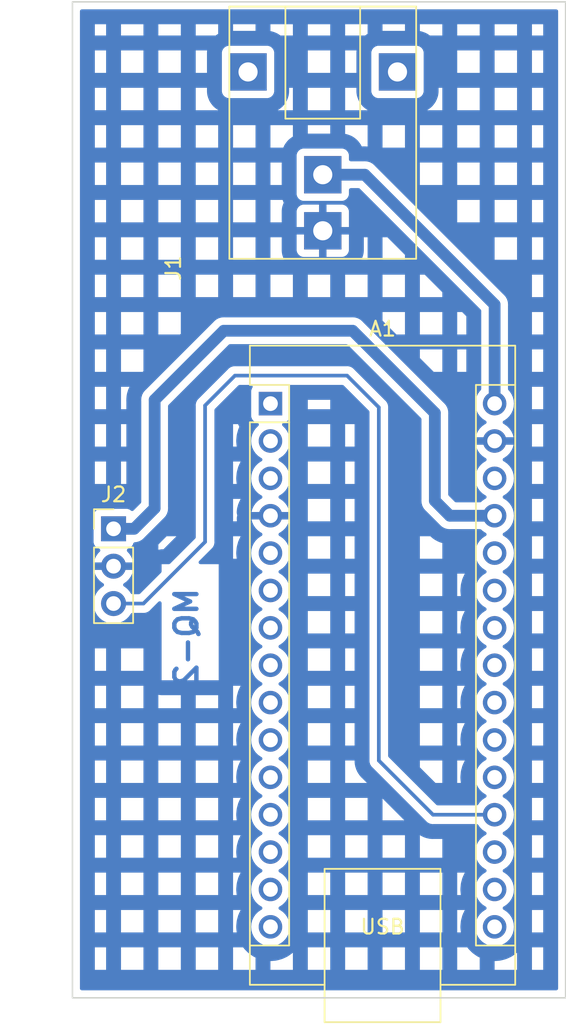
<source format=kicad_pcb>
(kicad_pcb (version 20211014) (generator pcbnew)
  (layers (0 "F.Cu" signal) (31 "B.Cu" signal) (34 "B.Paste" user) (35 "F.Paste" user) (36 "B.SilkS" user "B.Silkscreen") (37 "F.SilkS" user "F.Silkscreen") (38 "B.Mask" user) (39 "F.Mask" user) (44 "Edge.Cuts" user))
  (net 0 "")
  (net 4 "GND")
  (net 5 "Signal")
  (net 17 "+3.3V")
  (net 27 "+5V")
  (net 29 "+12V")
  (footprint "Connector_PinHeader_2.54mm:PinHeader_1x03_P2.54mm_Vertical" (layer "F.Cu") (at 85.217 75.311)
    (fp_text reference "J2" (at 0 -2.33) (layer "F.SilkS"))
    (fp_text value "Conn_01x03_Female")
    (fp_line (start 1.33 1.27) (end 1.33 6.41) (layer "F.SilkS") (width 0.12))
    (fp_line (start -1.33 0) (end -1.33 -1.33) (layer "F.SilkS") (width 0.12))
    (fp_line (start -1.33 1.27) (end -1.33 6.41) (layer "F.SilkS") (width 0.12))
    (fp_line (start -1.33 -1.33) (end 0 -1.33) (layer "F.SilkS") (width 0.12))
    (fp_line (start -1.33 1.27) (end 1.33 1.27) (layer "F.SilkS") (width 0.12))
    (fp_line (start -1.33 6.41) (end 1.33 6.41) (layer "F.SilkS") (width 0.12))
    (pad "1" thru_hole rect (at 0 0) (size 1.7 1.7) (drill 1) (layers *.Cu *.Mask) (net 27 "+5V"))
    (pad "2" thru_hole oval (at 0 2.54) (size 1.7 1.7) (drill 1) (layers *.Cu *.Mask) (net 4 "GND"))
    (pad "3" thru_hole oval (at 0 5.08) (size 1.7 1.7) (drill 1) (layers *.Cu *.Mask) (net 5 "Signal"))
  )
  (footprint "Module:Arduino_Nano" (layer "F.Cu") (at 95.885 66.802)
    (fp_text reference "A1" (at 7.62 -5.08) (layer "F.SilkS"))
    (fp_text value "Arduino_Nano_v3.x")
    (fp_text user "USB" (at 7.62 35.56 unlocked) (layer "F.SilkS"))
    (fp_line (start 16.64 39.5) (end 16.64 -3.94) (layer "F.SilkS") (width 0.12))
    (fp_line (start -1.4 -3.94) (end -1.4 -1.27) (layer "F.SilkS") (width 0.12))
    (fp_line (start 13.97 -1.27) (end 13.97 36.83) (layer "F.SilkS") (width 0.12))
    (fp_line (start 13.97 -1.27) (end 16.64 -1.27) (layer "F.SilkS") (width 0.12))
    (fp_line (start 3.68 31.62) (end 11.56 31.62) (layer "F.SilkS") (width 0.12))
    (fp_line (start 16.64 -3.94) (end -1.4 -3.94) (layer "F.SilkS") (width 0.12))
    (fp_line (start 16.64 39.5) (end 11.56 39.5) (layer "F.SilkS") (width 0.12))
    (fp_line (start 1.27 1.27) (end 1.27 -1.27) (layer "F.SilkS") (width 0.12))
    (fp_line (start 3.68 42.04) (end 3.68 31.62) (layer "F.SilkS") (width 0.12))
    (fp_line (start 1.27 1.27) (end 1.27 36.83) (layer "F.SilkS") (width 0.12))
    (fp_line (start -1.4 39.5) (end 3.68 39.5) (layer "F.SilkS") (width 0.12))
    (fp_line (start 1.27 1.27) (end -1.4 1.27) (layer "F.SilkS") (width 0.12))
    (fp_line (start 13.97 36.83) (end 16.64 36.83) (layer "F.SilkS") (width 0.12))
    (fp_line (start 1.27 -1.27) (end -1.4 -1.27) (layer "F.SilkS") (width 0.12))
    (fp_line (start 11.56 42.04) (end 3.68 42.04) (layer "F.SilkS") (width 0.12))
    (fp_line (start 1.27 36.83) (end -1.4 36.83) (layer "F.SilkS") (width 0.12))
    (fp_line (start 11.56 31.62) (end 11.56 42.04) (layer "F.SilkS") (width 0.12))
    (fp_line (start -1.4 1.27) (end -1.4 39.5) (layer "F.SilkS") (width 0.12))
    (pad "1" thru_hole rect (at 0 0) (size 1.6 1.6) (drill 1) (layers *.Cu *.Mask))
    (pad "2" thru_hole oval (at 0 2.54) (size 1.6 1.6) (drill 1) (layers *.Cu *.Mask))
    (pad "3" thru_hole oval (at 0 5.08) (size 1.6 1.6) (drill 1) (layers *.Cu *.Mask))
    (pad "4" thru_hole oval (at 0 7.62) (size 1.6 1.6) (drill 1) (layers *.Cu *.Mask) (net 4 "GND"))
    (pad "5" thru_hole oval (at 0 10.16) (size 1.6 1.6) (drill 1) (layers *.Cu *.Mask))
    (pad "6" thru_hole oval (at 0 12.7) (size 1.6 1.6) (drill 1) (layers *.Cu *.Mask))
    (pad "7" thru_hole oval (at 0 15.24) (size 1.6 1.6) (drill 1) (layers *.Cu *.Mask))
    (pad "8" thru_hole oval (at 0 17.78) (size 1.6 1.6) (drill 1) (layers *.Cu *.Mask))
    (pad "9" thru_hole oval (at 0 20.32) (size 1.6 1.6) (drill 1) (layers *.Cu *.Mask))
    (pad "10" thru_hole oval (at 0 22.86) (size 1.6 1.6) (drill 1) (layers *.Cu *.Mask))
    (pad "11" thru_hole oval (at 0 25.4) (size 1.6 1.6) (drill 1) (layers *.Cu *.Mask))
    (pad "12" thru_hole oval (at 0 27.94) (size 1.6 1.6) (drill 1) (layers *.Cu *.Mask))
    (pad "13" thru_hole oval (at 0 30.48) (size 1.6 1.6) (drill 1) (layers *.Cu *.Mask))
    (pad "14" thru_hole oval (at 0 33.02) (size 1.6 1.6) (drill 1) (layers *.Cu *.Mask))
    (pad "15" thru_hole oval (at 0 35.56) (size 1.6 1.6) (drill 1) (layers *.Cu *.Mask))
    (pad "16" thru_hole oval (at 15.24 35.56) (size 1.6 1.6) (drill 1) (layers *.Cu *.Mask))
    (pad "17" thru_hole oval (at 15.24 33.02) (size 1.6 1.6) (drill 1) (layers *.Cu *.Mask) (net 17 "+3.3V"))
    (pad "18" thru_hole oval (at 15.24 30.48) (size 1.6 1.6) (drill 1) (layers *.Cu *.Mask))
    (pad "19" thru_hole oval (at 15.24 27.94) (size 1.6 1.6) (drill 1) (layers *.Cu *.Mask) (net 5 "Signal"))
    (pad "20" thru_hole oval (at 15.24 25.4) (size 1.6 1.6) (drill 1) (layers *.Cu *.Mask))
    (pad "21" thru_hole oval (at 15.24 22.86) (size 1.6 1.6) (drill 1) (layers *.Cu *.Mask))
    (pad "22" thru_hole oval (at 15.24 20.32) (size 1.6 1.6) (drill 1) (layers *.Cu *.Mask))
    (pad "23" thru_hole oval (at 15.24 17.78) (size 1.6 1.6) (drill 1) (layers *.Cu *.Mask))
    (pad "24" thru_hole oval (at 15.24 15.24) (size 1.6 1.6) (drill 1) (layers *.Cu *.Mask))
    (pad "25" thru_hole oval (at 15.24 12.7) (size 1.6 1.6) (drill 1) (layers *.Cu *.Mask))
    (pad "26" thru_hole oval (at 15.24 10.16) (size 1.6 1.6) (drill 1) (layers *.Cu *.Mask))
    (pad "27" thru_hole oval (at 15.24 7.62) (size 1.6 1.6) (drill 1) (layers *.Cu *.Mask) (net 27 "+5V"))
    (pad "28" thru_hole oval (at 15.24 5.08) (size 1.6 1.6) (drill 1) (layers *.Cu *.Mask))
    (pad "29" thru_hole oval (at 15.24 2.54) (size 1.6 1.6) (drill 1) (layers *.Cu *.Mask) (net 4 "GND"))
    (pad "30" thru_hole oval (at 15.24 0) (size 1.6 1.6) (drill 1) (layers *.Cu *.Mask) (net 29 "+12V"))
  )
  (footprint "Versorgung:Typ1" (layer "F.Cu") (at 99.441 55.0545 90)
    (fp_text reference "J1" (at -2.54 -10.16 90 unlocked) (layer "F.SilkS"))
    (fp_text value "Conn_01x02_Female")
    (fp_line (start 15.24 6.35) (end -1.905 6.35) (layer "F.SilkS") (width 0.12))
    (fp_line (start 7.62 2.54) (end 15.24 2.54) (layer "F.SilkS") (width 0.12))
    (fp_line (start -1.905 -6.35) (end 15.24 -6.35) (layer "F.SilkS") (width 0.12))
    (fp_line (start -1.905 0) (end -1.905 -6.35) (layer "F.SilkS") (width 0.12))
    (fp_line (start 7.62 -2.54) (end 7.62 2.54) (layer "F.SilkS") (width 0.12))
    (fp_line (start 15.24 -6.35) (end 15.24 6.35) (layer "F.SilkS") (width 0.12))
    (fp_line (start 15.24 -2.54) (end 7.62 -2.54) (layer "F.SilkS") (width 0.12))
    (fp_line (start -1.905 6.35) (end -1.905 0) (layer "F.SilkS") (width 0.12))
    (pad "1" thru_hole rect (at 0 0 90) (size 2.54 2.54) (drill 1.3) (layers *.Cu *.Mask) (net 4 "GND"))
    (pad "2" thru_hole rect (at 3.81 0 90) (size 2.54 2.54) (drill 1.3) (layers *.Cu *.Mask) (net 29 "+12V"))
    (pad "3" thru_hole rect (at 10.795 5.08 90) (size 2.54 2.54) (drill 1.3) (layers *.Cu *.Mask))
    (pad "4" thru_hole rect (at 10.795 -5.08 90) (size 2.54 2.54) (drill 1.3) (layers *.Cu *.Mask))
  )
  (gr_rect (start 82.423 39.497) (end 115.951 107.188) (layer "Edge.Cuts") (width 0.1) (fill none))
  (gr_text "MQ-2" (at 90.17 82.677 90) (layer "B.Cu") (effects (font (size 1.5 1.5) (thickness 0.3)) (justify mirror)))
  (segment (start 106.934 94.742) (end 111.125 94.742) (width 0.25) (layer "B.Cu") (net 5))
  (segment (start 101.092 64.897) (end 103.251 67.056) (width 0.25) (layer "B.Cu") (net 5))
  (segment (start 93.472 64.897) (end 101.092 64.897) (width 0.25) (layer "B.Cu") (net 5))
  (segment (start 85.217 80.391) (end 87.249 80.391) (width 0.25) (layer "B.Cu") (net 5))
  (segment (start 103.251 67.056) (end 103.251 91.059) (width 0.25) (layer "B.Cu") (net 5))
  (segment (start 103.251 91.059) (end 106.934 94.742) (width 0.25) (layer "B.Cu") (net 5))
  (segment (start 87.249 80.391) (end 91.44 76.2) (width 0.25) (layer "B.Cu") (net 5))
  (segment (start 91.44 66.929) (end 93.472 64.897) (width 0.25) (layer "B.Cu") (net 5))
  (segment (start 91.44 76.2) (end 91.44 66.929) (width 0.25) (layer "B.Cu") (net 5))
  (segment (start 85.217 75.311) (end 86.614 75.311) (width 0.8) (layer "B.Cu") (net 27))
  (segment (start 88.011 73.914) (end 88.011 66.548) (width 0.8) (layer "B.Cu") (net 27))
  (segment (start 108.077 74.422) (end 111.125 74.422) (width 0.8) (layer "B.Cu") (net 27))
  (segment (start 92.71 61.849) (end 101.473 61.849) (width 0.8) (layer "B.Cu") (net 27))
  (segment (start 88.011 66.548) (end 92.71 61.849) (width 0.8) (layer "B.Cu") (net 27))
  (segment (start 101.473 61.849) (end 107.061 67.437) (width 0.8) (layer "B.Cu") (net 27))
  (segment (start 107.061 67.437) (end 107.061 73.406) (width 0.8) (layer "B.Cu") (net 27))
  (segment (start 107.061 73.406) (end 108.077 74.422) (width 0.8) (layer "B.Cu") (net 27))
  (segment (start 86.614 75.311) (end 88.011 73.914) (width 0.8) (layer "B.Cu") (net 27))
  (segment (start 111.125 60.071) (end 111.125 66.802) (width 0.8) (layer "B.Cu") (net 29))
  (segment (start 102.2985 51.2445) (end 111.125 60.071) (width 0.8) (layer "B.Cu") (net 29))
  (segment (start 99.441 51.2445) (end 102.2985 51.2445) (width 0.8) (layer "B.Cu") (net 29))
  (zone (net 4) (net_name "GND") (layer "B.Cu") (name "GND") (connect_pads (clearance 0.508)) (min_thickness 0.254) (fill yes (mode hatch) (thermal_gap 0.508) (thermal_bridge_width 0.508) (hatch_thickness 1.016) (hatch_gap 1.524) (hatch_orientation 0) (hatch_border_algorithm hatch_thickness) (hatch_min_hole_area 0.3))
    (polygon (pts (xy 115.951 106.934) (xy 82.423 107.061) (xy 82.423 39.37) (xy 115.951 39.37)))
  )
)
</source>
